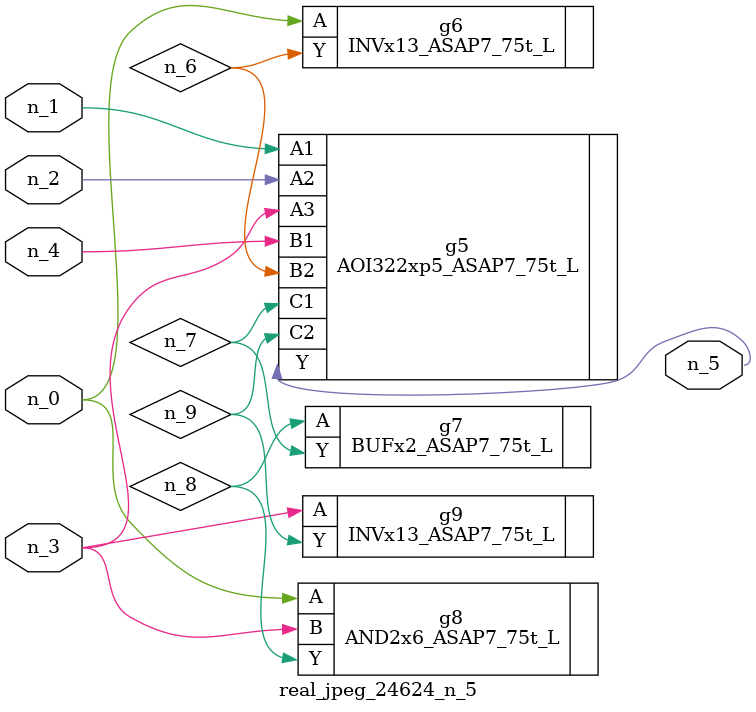
<source format=v>
module real_jpeg_24624_n_5 (n_4, n_0, n_1, n_2, n_3, n_5);

input n_4;
input n_0;
input n_1;
input n_2;
input n_3;

output n_5;

wire n_8;
wire n_6;
wire n_7;
wire n_9;

INVx13_ASAP7_75t_L g6 ( 
.A(n_0),
.Y(n_6)
);

AND2x6_ASAP7_75t_L g8 ( 
.A(n_0),
.B(n_3),
.Y(n_8)
);

AOI322xp5_ASAP7_75t_L g5 ( 
.A1(n_1),
.A2(n_2),
.A3(n_3),
.B1(n_4),
.B2(n_6),
.C1(n_7),
.C2(n_9),
.Y(n_5)
);

INVx13_ASAP7_75t_L g9 ( 
.A(n_3),
.Y(n_9)
);

BUFx2_ASAP7_75t_L g7 ( 
.A(n_8),
.Y(n_7)
);


endmodule
</source>
